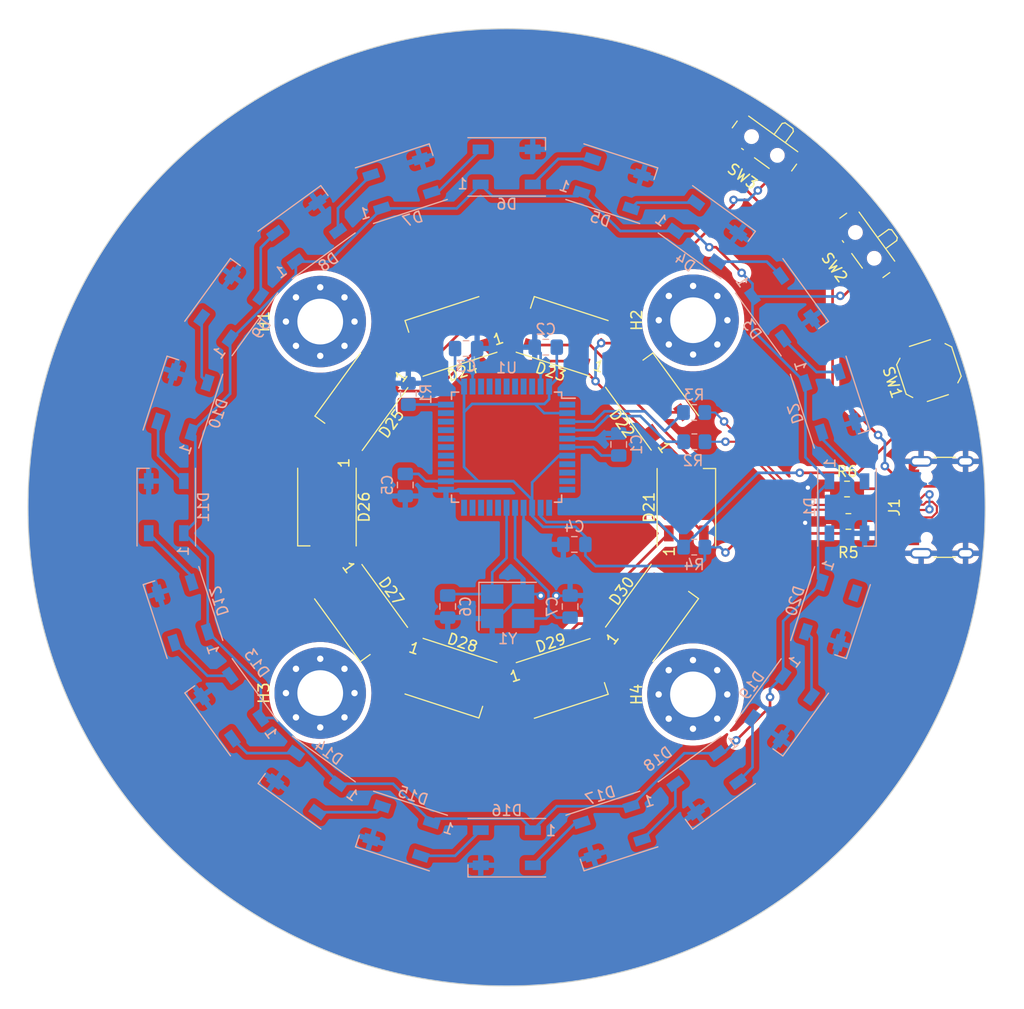
<source format=kicad_pcb>
(kicad_pcb (version 20221018) (generator pcbnew)
  (layers (0 "F.Cu" signal) (31 "B.Cu" signal) (34 "B.Paste" user) (35 "F.Paste" user) (36 "B.SilkS" user "B.Silkscreen") (37 "F.SilkS" user "F.Silkscreen") (38 "B.Mask" user) (39 "F.Mask" user) (44 "Edge.Cuts" user))
  (net 0 "")
  (net 28 "+5V")
  (net 29 "Net-(D1-DOUT)")
  (net 30 "GND")
  (net 31 "/large_ring")
  (net 32 "Net-(D2-DOUT)")
  (net 33 "Net-(D3-DOUT)")
  (net 34 "Net-(D4-DOUT)")
  (net 35 "Net-(D5-DOUT)")
  (net 36 "Net-(D6-DOUT)")
  (net 37 "Net-(D7-DOUT)")
  (net 38 "Net-(D8-DOUT)")
  (net 39 "Net-(D10-DIN)")
  (net 40 "Net-(D10-DOUT)")
  (net 41 "Net-(D11-DOUT)")
  (net 42 "Net-(D12-DOUT)")
  (net 43 "Net-(D13-DOUT)")
  (net 44 "Net-(D14-DOUT)")
  (net 45 "Net-(D15-DOUT)")
  (net 46 "Net-(D16-DOUT)")
  (net 47 "Net-(D17-DOUT)")
  (net 48 "Net-(D18-DOUT)")
  (net 49 "Net-(D19-DOUT)")
  (net 50 "Net-(D21-DOUT)")
  (net 51 "/small_ring")
  (net 52 "Net-(D22-DOUT)")
  (net 53 "Net-(D23-DOUT)")
  (net 54 "Net-(D24-DOUT)")
  (net 55 "Net-(D25-DOUT)")
  (net 56 "Net-(D26-DOUT)")
  (net 57 "Net-(D27-DOUT)")
  (net 58 "Net-(D28-DOUT)")
  (net 59 "Net-(D29-DOUT)")
  (net 61 "Net-(J1-CC1)")
  (net 62 "Net-(J1-CC2)")
  (net 63 "Net-(D1-VDD)")
  (net 65 "Net-(D21-VDD)")
  (net 67 "Net-(U1-UCAP)")
  (net 68 "Net-(U1-XTAL1)")
  (net 69 "Net-(U1-XTAL2)")
  (net 70 "Net-(U1-~{HWB}{slash}PE2)")
  (net 71 "/D+")
  (net 72 "Net-(U1-D+)")
  (net 73 "/D-")
  (net 74 "Net-(U1-D-)")
  (net 75 "Net-(U1-~{RESET})")
  (footprint "LED_SMD:LED_WS2812B_PLCC4_5.0x5.0mm_P3.2mm" (layer "F.Cu") (at 155.232516 96.084199 18)
    (fp_text reference "D29")
    (fp_text value "WS2812B")
  )
  (footprint "MountingHole:MountingHole_4.3mm_M4_Pad_Via" (layer "F.Cu") (at 132.480581 97.461581 90)
    (fp_text reference "H3")
    (fp_text value "MountingHole")
  )
  (footprint "MountingHole:MountingHole_4.3mm_M4_Pad_Via" (layer "F.Cu") (at 167.521419 97.588581 90)
    (fp_text reference "H4")
    (fp_text value "MountingHole")
  )
  (footprint "Connector_USB:USB_C_Receptacle_HRO_TYPE-C-31-M-12" (layer "F.Cu") (at 192.098 80 90)
    (fp_text reference "J1")
    (fp_text value "USB_C_Receptacle_USB2.0")
  )
  (footprint "Button_Switch_SMD:SW_SPDT_PCM12" (layer "F.Cu") (at 183.411617 55.563615 126)
    (fp_text reference "SW2")
    (fp_text value "SW_DIP_x01")
  )
  (footprint "LED_SMD:LED_WS2812B_PLCC4_5.0x5.0mm_P3.2mm" (layer "F.Cu") (at 144.775633 96.06084 -18)
    (fp_text reference "D28")
    (fp_text value "WS2812B")
  )
  (footprint "LED_SMD:LED_WS2812B_PLCC4_5.0x5.0mm_P3.2mm" (layer "F.Cu") (at 136.349149 70.082211 -126)
    (fp_text reference "D25")
    (fp_text value "WS2812B")
  )
  (footprint "LED_SMD:LED_WS2812B_PLCC4_5.0x5.0mm_P3.2mm" (layer "F.Cu") (at 155.224257 63.928698 162)
    (fp_text reference "D23")
    (fp_text value "WS2812B")
  )
  (footprint "Button_Switch_SMD:SW_SPST_SKQG_WithoutStem" (layer "F.Cu") (at 189.701593 67.139406 108)
    (fp_text reference "SW1")
    (fp_text value "SW_Push")
  )
  (footprint "LED_SMD:LED_WS2812B_PLCC4_5.0x5.0mm_P3.2mm" (layer "F.Cu") (at 144.770988 63.931218 -162)
    (fp_text reference "D24")
    (fp_text value "WS2812B")
  )
  (footprint "LED_SMD:LED_WS2812B_PLCC4_5.0x5.0mm_P3.2mm" (layer "F.Cu") (at 163.677959 70.052059 126)
    (fp_text reference "D22")
    (fp_text value "WS2812B")
  )
  (footprint "Resistor_SMD:R_0805_2012Metric_Pad1.20x1.40mm_HandSolder" (layer "F.Cu") (at 182.005 78.279)
    (fp_text reference "R6")
    (fp_text value "5.1K")
  )
  (footprint "LED_SMD:LED_WS2812B_PLCC4_5.0x5.0mm_P3.2mm" (layer "F.Cu") (at 136.320852 89.942249 -54)
    (fp_text reference "D27")
    (fp_text value "WS2812B")
  )
  (footprint "Resistor_SMD:R_0805_2012Metric_Pad1.20x1.40mm_HandSolder" (layer "F.Cu") (at 182.132 81.327)
    (fp_text reference "R5")
    (fp_text value "5.1K")
  )
  (footprint "MountingHole:MountingHole_4.3mm_M4_Pad_Via" (layer "F.Cu") (at 167.532581 62.409581 90)
    (fp_text reference "H2")
    (fp_text value "MountingHole")
  )
  (footprint "MountingHole:MountingHole_4.3mm_M4_Pad_Via" (layer "F.Cu") (at 132.480581 62.536581 90)
    (fp_text reference "H1")
    (fp_text value "MountingHole")
  )
  (footprint "Button_Switch_SMD:SW_SPDT_PCM12" (layer "F.Cu") (at 174.04956 46.292551 144)
    (fp_text reference "SW3")
    (fp_text value "SW_DIP_x01")
  )
  (footprint "LED_SMD:LED_WS2812B_PLCC4_5.0x5.0mm_P3.2mm" (layer "F.Cu") (at 166.9 80 90)
    (fp_text reference "D21")
    (fp_text value "WS2812B")
  )
  (footprint "LED_SMD:LED_WS2812B_PLCC4_5.0x5.0mm_P3.2mm" (layer "F.Cu") (at 133.110886 79.973211 -90)
    (fp_text reference "D26")
    (fp_text value "WS2812B")
  )
  (footprint "LED_SMD:LED_WS2812B_PLCC4_5.0x5.0mm_P3.2mm" (layer "F.Cu") (at 163.673257 89.918084 54)
    (fp_text reference "D30")
    (fp_text value "WS2812B")
  )
  (footprint "Capacitor_SMD:C_0805_2012Metric_Pad1.18x1.45mm_HandSolder" (layer "B.Cu") (at 160.542 74.088 90)
    (fp_text reference "C1")
    (fp_text value "1uF")
  )
  (footprint "LED_SMD:LED_WS2812B_PLCC4_5.0x5.0mm_P3.2mm" (layer "B.Cu") (at 118.006579 79.979224 90)
    (fp_text reference "D11")
    (fp_text value "WS2812B")
  )
  (footprint "LED_SMD:LED_WS2812B_PLCC4_5.0x5.0mm_P3.2mm" (layer "B.Cu") (at 168.818431 105.892092 -144)
    (fp_text reference "D18")
    (fp_text value "WS2812B")
  )
  (footprint "LED_SMD:LED_WS2812B_PLCC4_5.0x5.0mm_P3.2mm" (layer "B.Cu") (at 150.020908 111.998802 180)
    (fp_text reference "D16")
    (fp_text value "WS2812B")
  )
  (footprint "Crystal:Crystal_SMD_3225-4Pin_3.2x2.5mm_HandSoldering" (layer "B.Cu") (at 150.098265 89.301531)
    (fp_text reference "Y1")
    (fp_text value "Crystal_GND24")
  )
  (footprint "LED_SMD:LED_WS2812B_PLCC4_5.0x5.0mm_P3.2mm" (layer "B.Cu") (at 124.114096 61.171261 54)
    (fp_text reference "D9")
    (fp_text value "WS2812B")
  )
  (footprint "Package_QFP:TQFP-44_10x10mm_P0.8mm" (layer "B.Cu") (at 150 74.342 180)
    (fp_text reference "U1")
    (fp_text value "ATmega32U4-A")
  )
  (footprint "LED_SMD:LED_WS2812B_PLCC4_5.0x5.0mm_P3.2mm" (layer "B.Cu") (at 119.568762 70.107767 72)
    (fp_text reference "D10")
    (fp_text value "WS2812B")
  )
  (footprint "Capacitor_SMD:C_0805_2012Metric_Pad1.18x1.45mm_HandSolder" (layer "B.Cu") (at 155.97 89.328 -90)
    (fp_text reference "C7")
    (fp_text value "22pF")
  )
  (footprint "LED_SMD:LED_WS2812B_PLCC4_5.0x5.0mm_P3.2mm" (layer "B.Cu") (at 159.900703 110.427648 -162)
    (fp_text reference "D17")
    (fp_text value "WS2812B")
  )
  (footprint "Capacitor_SMD:C_0805_2012Metric_Pad1.18x1.45mm_HandSolder" (layer "B.Cu") (at 144.464022 89.323335 90)
    (fp_text reference "C6")
    (fp_text value "22pF")
  )
  (footprint "Capacitor_SMD:C_0805_2012Metric_Pad1.18x1.45mm_HandSolder" (layer "B.Cu") (at 146.191 65.071)
    (fp_text reference "C3")
    (fp_text value "0.1uF")
  )
  (footprint "LED_SMD:LED_WS2812B_PLCC4_5.0x5.0mm_P3.2mm" (layer "B.Cu") (at 175.894367 98.807184 -126)
    (fp_text reference "D19")
    (fp_text value "WS2812B")
  )
  (footprint "Resistor_SMD:R_0805_2012Metric_Pad1.20x1.40mm_HandSolder" (layer "B.Cu") (at 167.638 83.74)
    (fp_text reference "R4")
    (fp_text value "10K")
  )
  (footprint "LED_SMD:LED_WS2812B_PLCC4_5.0x5.0mm_P3.2mm" (layer "B.Cu") (at 119.578079 89.887779 108)
    (fp_text reference "D12")
    (fp_text value "WS2812B")
  )
  (footprint "Capacitor_SMD:C_0805_2012Metric_Pad1.18x1.45mm_HandSolder" (layer "B.Cu") (at 153.684 64.944 180)
    (fp_text reference "C2")
    (fp_text value "10uF")
  )
  (footprint "Resistor_SMD:R_0805_2012Metric_Pad1.20x1.40mm_HandSolder" (layer "B.Cu") (at 167.654 73.834 180)
    (fp_text reference "R2")
    (fp_text value "22")
  )
  (footprint "LED_SMD:LED_WS2812B_PLCC4_5.0x5.0mm_P3.2mm" (layer "B.Cu") (at 131.207587 105.880556 144)
    (fp_text reference "D14")
    (fp_text value "WS2812B")
  )
  (footprint "Resistor_SMD:R_0805_2012Metric_Pad1.20x1.40mm_HandSolder" (layer "B.Cu") (at 167.62866 71.081397 180)
    (fp_text reference "R3")
    (fp_text value "22")
  )
  (footprint "LED_SMD:LED_WS2812B_PLCC4_5.0x5.0mm_P3.2mm" (layer "B.Cu") (at 131.197189 54.12273 36)
    (fp_text reference "D8")
    (fp_text value "WS2812B")
  )
  (footprint "Capacitor_SMD:C_0805_2012Metric_Pad1.18x1.45mm_HandSolder" (layer "B.Cu") (at 156.3725 83.486 180)
    (fp_text reference "C4")
    (fp_text value "0.1uF")
  )
  (footprint "LED_SMD:LED_WS2812B_PLCC4_5.0x5.0mm_P3.2mm" (layer "B.Cu") (at 175.891378 61.188946 -54)
    (fp_text reference "D3")
    (fp_text value "WS2812B")
  )
  (footprint "LED_SMD:LED_WS2812B_PLCC4_5.0x5.0mm_P3.2mm" (layer "B.Cu") (at 140.118157 110.435208 162)
    (fp_text reference "D15")
    (fp_text value "WS2812B")
  )
  (footprint "Capacitor_SMD:C_0805_2012Metric_Pad1.18x1.45mm_HandSolder" (layer "B.Cu") (at 140.476 77.898 -90)
    (fp_text reference "C5")
    (fp_text value "0.1uF")
  )
  (footprint "LED_SMD:LED_WS2812B_PLCC4_5.0x5.0mm_P3.2mm" (layer "B.Cu") (at 168.821277 54.12969 -36)
    (fp_text reference "D4")
    (fp_text value "WS2812B")
  )
  (footprint "Resistor_SMD:R_0805_2012Metric_Pad1.20x1.40mm_HandSolder" (layer "B.Cu") (at 140.765127 69.336774 90)
    (fp_text reference "R1")
    (fp_text value "10K")
  )
  (footprint "LED_SMD:LED_WS2812B_PLCC4_5.0x5.0mm_P3.2mm" (layer "B.Cu") (at 140.106636 49.569893 18)
    (fp_text reference "D7")
    (fp_text value "WS2812B")
  )
  (footprint "LED_SMD:LED_WS2812B_PLCC4_5.0x5.0mm_P3.2mm" (layer "B.Cu") (at 182 80 -90)
    (fp_text reference "D1")
    (fp_text value "WS2812B")
  )
  (footprint "LED_SMD:LED_WS2812B_PLCC4_5.0x5.0mm_P3.2mm" (layer "B.Cu") (at 180.453879 89.891213 -108)
    (fp_text reference "D20")
    (fp_text value "WS2812B")
  )
  (footprint "LED_SMD:LED_WS2812B_PLCC4_5.0x5.0mm_P3.2mm" (layer "B.Cu") (at 124.12193 98.789557 126)
    (fp_text reference "D13")
    (fp_text value "WS2812B")
  )
  (footprint "LED_SMD:LED_WS2812B_PLCC4_5.0x5.0mm_P3.2mm" (layer "B.Cu") (at 159.890623 49.573733 -18)
    (fp_text reference "D5")
    (fp_text value "WS2812B")
  )
  (footprint "LED_SMD:LED_WS2812B_PLCC4_5.0x5.0mm_P3.2mm" (layer "B.Cu") (at 150.008307 47.996217)
    (fp_text reference "D6")
    (fp_text value "WS2812B")
  )
  (footprint "LED_SMD:LED_WS2812B_PLCC4_5.0x5.0mm_P3.2mm" (layer "B.Cu") (at 180.421585 70.113573 -72)
    (fp_text reference "D2")
    (fp_text value "WS2812B")
  )
  (gr_circle (center 150 80) (end 195 80) (stroke (width 0.1)) (fill none) (layer "Edge.Cuts"))
  (segment (start 172.602264 47.008606) (end 172.602264 50.216569) (width 0.25) (layer "F.Cu") (net 28))
  (segment (start 186.991 77.55) (end 188.053 77.55) (width 0.25) (layer "F.Cu") (net 28))
  (segment (start 179.351964 56.966269) (end 180.645 56.966269) (width 0.25) (layer "F.Cu") (net 28))
  (segment (start 188.778 82.45) (end 188.053 82.45) (width 0.25) (layer "F.Cu") (net 28))
  (segment (start 188.053 77.55) (end 188.778 77.55) (width 0.25) (layer "F.Cu") (net 28))
  (segment (start 184.926 73.199) (end 180.645 68.918) (width 0.25) (layer "F.Cu") (net 28))
  (segment (start 172.373 82.45) (end 188.053 82.45) (width 0.25) (layer "F.Cu") (net 28))
  (segment (start 180.645 68.918) (end 180.645 56.966269) (width 0.25) (layer "F.Cu") (net 28))
  (segment (start 180.645 56.966269) (end 181.813884 55.797385) (width 0.25) (layer "F.Cu") (net 28))
  (segment (start 172.602264 50.216569) (end 179.351964 56.966269) (width 0.25) (layer "F.Cu") (net 28))
  (segment (start 189.253 78.025) (end 190.768 78.025) (width 0.25) (layer "F.Cu") (net 28))
  (segment (start 189.139 82.089) (end 188.778 82.45) (width 0.25) (layer "F.Cu") (net 28))
  (segment (start 185.561 76.12) (end 186.991 77.55) (width 0.25) (layer "F.Cu") (net 28))
  (segment (start 190.641 82.089) (end 189.139 82.089) (width 0.25) (layer "F.Cu") (net 28))
  (segment (start 191.403 78.66) (end 191.403 81.327) (width 0.25) (layer "F.Cu") (net 28))
  (segment (start 191.403 81.327) (end 190.641 82.089) (width 0.25) (layer "F.Cu") (net 28))
  (segment (start 170.575 84.248) (end 172.373 82.45) (width 0.25) (layer "F.Cu") (net 28))
  (segment (start 188.778 77.55) (end 189.253 78.025) (width 0.25) (layer "F.Cu") (net 28))
  (segment (start 190.768 78.025) (end 191.403 78.66) (width 0.25) (layer "F.Cu") (net 28))
  (via (at 184.926 73.199) (size 0.8) (drill 0.4) (layers "F.Cu" "B.Cu") (net 28))
  (via (at 185.561 76.12) (size 0.8) (drill 0.4) (layers "F.Cu" "B.Cu") (net 28))
  (via (at 170.575 84.248) (size 0.8) (drill 0.4) (layers "F.Cu" "B.Cu") (net 28))
  (segment (start 154.916 75.142) (end 152.4 77.658) (width 0.25) (layer "B.Cu") (net 28))
  (segment (start 157.41 82.767) (end 157.41 83.486) (width 0.25) (layer "B.Cu") (net 28))
  (segment (start 155.7 71.142) (end 153.532 71.142) (width 0.25) (layer "B.Cu") (net 28))
  (segment (start 156.478 81.835) (end 157.41 82.767) (width 0.25) (layer "B.Cu") (net 28))
  (segment (start 185.561 73.834) (end 185.561 76.12) (width 0.25) (layer "B.Cu") (net 28))
  (segment (start 142.406 77.542) (end 144.3 77.542) (width 0.25) (layer "B.Cu") (net 28))
  (segment (start 168.638 83.74) (end 170.067 83.74) (width 0.25) (layer "B.Cu") (net 28))
  (segment (start 168.638 84.915) (end 168.638 83.74) (width 0.25) (layer "B.Cu") (net 28))
  (segment (start 146 71.04) (end 146 76.208) (width 0.25) (layer "B.Cu") (net 28))
  (segment (start 153.532 71.142) (end 152.668 70.278) (width 0.25) (layer "B.Cu") (net 28))
  (segment (start 168.035 85.518) (end 168.638 84.915) (width 0.25) (layer "B.Cu") (net 28))
  (segment (start 158.383 85.518) (end 168.035 85.518) (width 0.25) (layer "B.Cu") (net 28))
  (segment (start 157.41 83.486) (end 157.41 84.545) (width 0.25) (layer "B.Cu") (net 28))
  (segment (start 153.557 70.278) (end 152.668 70.278) (width 0.25) (layer "B.Cu") (net 28))
  (segment (start 152.4 80.805) (end 153.43 81.835) (width 0.25) (layer "B.Cu") (net 28))
  (segment (start 170.067 83.74) (end 170.575 84.248) (width 0.25) (layer "B.Cu") (net 28))
  (segment (start 146 68.642) (end 146 71.04) (width 0.25) (layer "B.Cu") (net 28))
  (segment (start 152.4 77.658) (end 152.4 80.042) (width 0.25) (layer "B.Cu") (net 28))
  (segment (start 146 76.208) (end 147.334 77.542) (width 0.25) (layer "B.Cu") (net 28))
  (segment (start 184.926 73.199) (end 185.561 73.834) (width 0.25) (layer "B.Cu") (net 28))
  (segment (start 155.7 75.142) (end 154.916 75.142) (width 0.25) (layer "B.Cu") (net 28))
  (segment (start 154 69.835) (end 153.557 70.278) (width 0.25) (layer "B.Cu") (net 28))
  (segment (start 152.4 79.292) (end 152.4 80.042) (width 0.25) (layer "B.Cu") (net 28))
  (segment (start 153.43 81.835) (end 156.478 81.835) (width 0.25) (layer "B.Cu") (net 28))
  (segment (start 152.4 80.042) (end 152.4 80.805) (width 0.25) (layer "B.Cu") (net 28))
  (segment (start 146.762 70.278) (end 146 71.04) (width 0.25) (layer "B.Cu") (net 28))
  (segment (start 150.65 77.542) (end 152.4 79.292) (width 0.25) (layer "B.Cu") (net 28))
  (segment (start 140.476 76.8605) (end 141.7245 76.8605) (width 0.25) (layer "B.Cu") (net 28))
  (segment (start 145.1535 65.071) (end 145.1535 67.7955) (width 0.25) (layer "B.Cu") (net 28))
  (segment (start 145.1535 67.7955) (end 146 68.642) (width 0.25) (layer "B.Cu") (net 28))
  (segment (start 157.41 84.545) (end 158.383 85.518) (width 0.25) (layer "B.Cu") (net 28))
  (segment (start 152.668 70.278) (end 146.762 70.278) (width 0.25) (layer "B.Cu") (net 28))
  (segment (start 141.7245 76.8605) (end 142.406 77.542) (width 0.25) (layer "B.Cu") (net 28))
  (segment (start 154.7215 67.9205) (end 154 68.642) (width 0.25) (layer "B.Cu") (net 28))
  (segment (start 144.3 77.542) (end 147.334 77.542) (width 0.25) (layer "B.Cu") (net 28))
  (segment (start 147.334 77.542) (end 150.65 77.542) (width 0.25) (layer "B.Cu") (net 28))
  (segment (start 154.7215 64.944) (end 154.7215 67.9205) (width 0.25) (layer "B.Cu") (net 28))
  (segment (start 154 68.642) (end 154 69.835) (width 0.25) (layer "B.Cu") (net 28))
  (segment (start 179.609433 73.509433) (end 179.609433 72.95354) (width 0.25) (layer "B.Cu") (net 29))
  (segment (start 183.65 77.55) (end 179.609433 73.509433) (width 0.25) (layer "B.Cu") (net 29))
  (segment (start 178.195 81.327) (end 178.068 81.454) (width 0.25) (layer "F.Cu") (net 30))
  (segment (start 181.132 81.327) (end 178.195 81.327) (width 0.25) (layer "F.Cu") (net 30))
  (segment (start 188.053 76.75) (end 188.053 76.595) (width 0.25) (layer "F.Cu") (net 30))
  (segment (start 136.426048 92.894186) (end 136.426048 93.152048) (width 0.25) (layer "F.Cu") (net 30))
  (segment (start 153.2135 88.312) (end 154.6625 88.312) (width 0.25) (layer "F.Cu") (net 30))
  (segment (start 166.448209 88.905838) (end 166.448209 88.374791) (width 0.25) (layer "F.Cu") (net 30))
  (segment (start 188.053 76.595) (end 188.968 75.68) (width 0.25) (layer "F.Cu") (net 30))
  (segment (start 163.572763 67.100122) (end 163.572763 66.958763) (width 0.25) (layer "F.Cu") (net 30))
  (segment (start 178.322 78.152) (end 178.449 78.279) (width 0.25) (layer "F.Cu") (net 30))
  (segment (start 178.449 78.279) (end 181.005 78.279) (width 0.25) (layer "F.Cu") (net 30))
  (via (at 178.322 78.152) (size 0.8) (drill 0.4) (layers "F.Cu" "B.Cu") (net 30))
  (via (at 153.2135 88.312) (size 0.8) (drill 0.4) (layers "F.Cu" "B.Cu") (net 30))
  (via (at 154.6625 88.312) (size 0.8) (drill 0.4) (layers "F.Cu" "B.Cu") (net 30))
  (via (at 178.068 81.454) (size 0.8) (drill 0.4) (layers "F.Cu" "B.Cu") (net 30))
  (segment (start 153.053031 88.151531) (end 153.2135 88.312) (width 0.25) (layer "B.Cu") (net 30))
  (segment (start 178.068 81.454) (end 178.068 78.406) (width 0.25) (layer "B.Cu") (net 30))
  (segment (start 155.9485 88.312) (end 155.97 88.2905) (width 0.25) (layer "B.Cu") (net 30))
  (segment (start 153.2 68.642) (end 153.2 65.4975) (width 0.25) (layer "B.Cu") (net 30))
  (segment (start 146.8 65.4995) (end 147.2285 65.071) (width 0.25) (layer "B.Cu") (net 30))
  (segment (start 154.6625 88.312) (end 155.9485 88.312) (width 0.25) (layer "B.Cu") (net 30))
  (segment (start 151.6 80.042) (end 151.6 81.656) (width 0.25) (layer "B.Cu") (net 30))
  (segment (start 149.138645 90.451531) (end 148.648265 90.451531) (width 0.25) (layer "B.Cu") (net 30))
  (segment (start 146.8 68.642) (end 146.8 65.4995) (width 0.25) (layer "B.Cu") (net 30))
  (segment (start 178.068 78.406) (end 178.322 78.152) (width 0.25) (layer "B.Cu") (net 30))
  (segment (start 151.438645 88.151531) (end 149.138645 90.451531) (width 0.25) (layer "B.Cu") (net 30))
  (segment (start 153.2 65.4975) (end 152.6465 64.944) (width 0.25) (layer "B.Cu") (net 30))
  (segment (start 151.548265 88.151531) (end 153.053031 88.151531) (width 0.25) (layer "B.Cu") (net 30))
  (segment (start 151.548265 88.151531) (end 151.438645 88.151531) (width 0.25) (layer "B.Cu") (net 30))
  (segment (start 160.0505 73.542) (end 160.542 73.0505) (width 0.25) (layer "B.Cu") (net 30))
  (segment (start 155.7 73.542) (end 160.0505 73.542) (width 0.25) (layer "B.Cu") (net 30))
  (segment (start 179.129297 67.273606) (end 181.233737 67.273606) (width 0.25) (layer "B.Cu") (net 32))
  (segment (start 175.996574 64.140883) (end 179.129297 67.273606) (width 0.25) (layer "B.Cu") (net 32))
  (segment (start 174.453815 56.904642) (end 169.833523 56.904642) (width 0.25) (layer "B.Cu") (net 33))
  (segment (start 175.786182 58.237009) (end 174.453815 56.904642) (width 0.25) (layer "B.Cu") (net 33))
  (segment (start 162.256163 51.354738) (end 161.710833 51.900068) (width 0.25) (layer "B.Cu") (net 34))
  (segment (start 167.809031 51.354738) (end 162.256163 51.354738) (width 0.25) (layer "B.Cu") (net 34))
  (segment (start 154.857126 47.247398) (end 152.458307 49.646217) (width 0.25) (layer "B.Cu") (net 35))
  (segment (start 158.070413 47.247398) (end 154.857126 47.247398) (width 0.25) (layer "B.Cu") (net 35))
  (segment (start 147.558307 46.346217) (end 143.522479 50.382045) (width 0.25) (layer "B.Cu") (net 36))
  (segment (start 143.522479 50.382045) (end 142.946603 50.382045) (width 0.25) (layer "B.Cu") (net 36))
  (segment (start 137.266669 48.757741) (end 134.149126 51.875284) (width 0.25) (layer "B.Cu") (net 37))
  (segment (start 134.149126 51.875284) (end 134.149126 54.017534) (width 0.25) (layer "B.Cu") (net 37))
  (segment (start 126.889048 55.58413) (end 126.889048 60.159015) (width 0.25) (layer "B.Cu") (net 38))
  (segment (start 128.245252 54.227926) (end 126.889048 55.58413) (width 0.25) (layer "B.Cu") (net 38))
  (segment (start 121.339144 67.731604) (end 121.895097 68.287557) (width 0.25) (layer "B.Cu") (net 39))
  (segment (start 121.339144 62.183507) (end 121.339144 67.731604) (width 0.25) (layer "B.Cu") (net 39))
  (segment (start 117.242427 71.927977) (end 117.242427 75.115072) (width 0.25) (layer "B.Cu") (net 40))
  (segment (start 117.242427 75.115072) (end 119.656579 77.529224) (width 0.25) (layer "B.Cu") (net 40))
  (segment (start 116.356579 82.429224) (end 120.390231 86.462876) (width 0.25) (layer "B.Cu") (net 41))
  (segment (start 120.390231 86.462876) (end 120.390231 87.047812) (width 0.25) (layer "B.Cu") (net 41))
  (segment (start 121.875801 95.83762) (end 124.016734 95.83762) (width 0.25) (layer "B.Cu") (net 42))
  (segment (start 118.765927 92.727746) (end 121.875801 95.83762) (width 0.25) (layer "B.Cu") (net 42))
  (segment (start 124.227126 101.741494) (end 125.591236 103.105604) (width 0.25) (layer "B.Cu") (net 43))
  (segment (start 125.591236 103.105604) (end 130.195341 103.105604) (width 0.25) (layer "B.Cu") (net 43))
  (segment (start 132.219833 108.655508) (end 137.751312 108.655508) (width 0.25) (layer "B.Cu") (net 44))
  (segment (start 137.751312 108.655508) (end 138.297947 108.108873) (width 0.25) (layer "B.Cu") (net 44))
  (segment (start 145.158167 112.761543) (end 147.570908 110.348802) (width 0.25) (layer "B.Cu") (net 45))
  (segment (start 141.938367 112.761543) (end 145.158167 112.761543) (width 0.25) (layer "B.Cu") (net 45))
  (segment (start 156.504214 109.615496) (end 157.060736 109.615496) (width 0.25) (layer "B.Cu") (net 46))
  (segment (start 152.470908 113.648802) (end 156.504214 109.615496) (width 0.25) (layer "B.Cu") (net 46))
  (segment (start 165.866494 108.113976) (end 165.866494 105.997288) (width 0.25) (layer "B.Cu") (net 47))
  (segment (start 162.74067 111.2398) (end 165.866494 108.113976) (width 0.25) (layer "B.Cu") (net 47))
  (segment (start 173.119415 104.437849) (end 173.119415 99.81943) (width 0.25) (layer "B.Cu") (net 48))
  (segment (start 171.770368 105.786896) (end 173.119415 104.437849) (width 0.25) (layer "B.Cu") (net 48))
  (segment (start 178.669319 92.253198) (end 178.127544 91.711423) (width 0.25) (layer "B.Cu") (net 49))
  (segment (start 178.669319 97.794938) (end 178.669319 92.253198) (width 0.25) (layer "B.Cu") (net 49))
  (segment (start 168.55 82.45) (end 167.582808 81.482808) (width 0.25) (layer "F.Cu") (net 50))
  (segment (start 167.582808 81.482808) (end 167.582808 75.549544) (width 0.25) (layer "F.Cu") (net 50))
  (segment (start 167.582808 75.549544) (end 161.073077 69.039813) (width 0.25) (layer "F.Cu") (net 50))
  (segment (start 161.073077 69.039813) (end 160.903007 69.039813) (width 0.25) (layer "F.Cu") (net 50))
  (segment (start 164.181604 71.064305) (end 157.858149 64.74085) (width 0.25) (layer "F.Cu") (net 52))
  (segment (start 157.858149 64.74085) (end 152.38429 64.74085) (width 0.25) (layer "F.Cu") (net 52))
  (segment (start 166.452911 71.064305) (end 164.181604 71.064305) (width 0.25) (layer "F.Cu") (net 52))
  (segment (start 146.091785 63.116546) (end 142.950778 66.257553) (width 0.25) (layer "F.Cu") (net 53))
  (segment (start 158.064224 63.116546) (end 146.091785 63.116546) (width 0.25) (layer "F.Cu") (net 53))
  (segment (start 144.958117 61.604883) (end 136.243953 70.319047) (width 0.25) (layer "F.Cu") (net 54))
  (segment (start 136.243953 70.319047) (end 136.243953 73.034148) (width 0.25) (layer "F.Cu") (net 54))
  (segment (start 146.591198 61.604883) (end 144.958117 61.604883) (width 0.25) (layer "F.Cu") (net 54))
  (segment (start 133.985886 81.648211) (end 134.760886 82.423211) (width 0.25) (layer "F.Cu") (net 55))
  (segment (start 135.114056 68.470563) (end 135.114056 73.853067) (width 0.25) (layer "F.Cu") (net 55))
  (segment (start 133.985886 74.981237) (end 133.985886 81.648211) (width 0.25) (layer "F.Cu") (net 55))
  (segment (start 135.114056 73.853067) (end 133.985886 74.981237) (width 0.25) (layer "F.Cu") (net 55))
  (segment (start 136.454345 67.130274) (end 135.114056 68.470563) (width 0.25) (layer "F.Cu") (net 55))
  (segment (start 131.460886 79.759607) (end 133.985886 82.284607) (width 0.25) (layer "F.Cu") (net 56))
  (segment (start 131.460886 77.523211) (end 131.460886 79.759607) (width 0.25) (layer "F.Cu") (net 56))
  (segment (start 133.985886 86.014647) (end 138.925734 90.954495) (width 0.25) (layer "F.Cu") (net 56))
  (segment (start 138.925734 90.954495) (end 139.095804 90.954495) (width 0.25) (layer "F.Cu") (net 56))
  (segment (start 133.985886 82.284607) (end 133.985886 86.014647) (width 0.25) (layer "F.Cu") (net 56))
  (segment (start 140.420816 95.248688) (end 147.6156 95.248688) (width 0.25) (layer "F.Cu") (net 57))
  (segment (start 133.5459 88.930003) (end 134.102131 88.930003) (width 0.25) (layer "F.Cu") (net 57))
  (segment (start 134.102131 88.930003) (end 140.420816 95.248688) (width 0.25) (layer "F.Cu") (net 57))
  (segment (start 141.935666 96.872992) (end 153.937598 96.872992) (width 0.25) (layer "F.Cu") (net 58))
  (segment (start 153.937598 96.872992) (end 157.052726 93.757864) (width 0.25) (layer "F.Cu") (net 58))
  (segment (start 163.778453 89.304287) (end 163.778453 86.966147) (width 0.25) (layer "F.Cu") (net 59))
  (segment (start 154.672206 98.410534) (end 163.778453 89.304287) (width 0.25) (layer "F.Cu") (net 59))
  (segment (start 153.412306 98.410534) (end 154.672206 98.410534) (width 0.25) (layer "F.Cu") (net 59))
  (segment (start 183.209 81.25) (end 183.132 81.327) (width 0.25) (layer "F.Cu") (net 61))
  (segment (start 188.053 81.25) (end 183.209 81.25) (width 0.25) (layer "F.Cu") (net 61))
  (segment (start 183.034 78.25) (end 183.005 78.279) (width 0.25) (layer "F.Cu") (net 62))
  (segment (start 188.053 78.25) (end 183.034 78.25) (width 0.25) (layer "F.Cu") (net 62))
  (segment (start 169.686 55.546) (end 169.051 55.546) (width 0.25) (layer "F.Cu") (net 63))
  (segment (start 181.37 60.118) (end 181.683676 60.118) (width 0.25) (layer "F.Cu") (net 63))
  (segment (start 171.591 101.901) (end 174.766 98.726) (width 0.25) (layer "F.Cu") (net 63))
  (segment (start 172.099 57.959) (end 169.686 55.546) (width 0.25) (layer "F.Cu") (net 63))
  (segment (start 181.683676 60.118) (end 183.57724 58.224436) (width 0.25) (layer "F.Cu") (net 63))
  (segment (start 174.766 98.726) (end 174.766 97.837) (width 0.25) (layer "F.Cu") (net 63))
  (via (at 181.37 60.118) (size 0.8) (drill 0.4) (layers "F.Cu" "B.Cu") (net 63))
  (via (at 174.766 97.837) (size 0.8) (drill 0.4) (layers "F.Cu" "B.Cu") (net 63))
  (via (at 171.591 101.901) (size 0.8) (drill 0.4) (layers "F.Cu" "B.Cu") (net 63))
  (via (at 172.099 57.959) (size 0.8) (drill 0.4) (layers "F.Cu" "B.Cu") (net 63))
  (via (at 169.051 55.546) (size 0.8) (drill 0.4) (layers "F.Cu" "B.Cu") (net 63))
  (segment (start 124.17897 64.123198) (end 124.0089 64.123198) (width 0.25) (layer "B.Cu") (net 63))
  (segment (start 134.159524 105.985752) (end 139.32082 105.985752) (width 0.25) (layer "B.Cu") (net 63))
  (segment (start 133.284972 56.897682) (end 130.184943 56.897682) (width 0.25) (layer "B.Cu") (net 63))
  (segment (start 173.116426 60.1767) (end 173.116426 58.976426) (width 0.25) (layer "B.Cu") (net 63))
  (segment (start 152.470908 110.348802) (end 154.718397 108.101313) (width 0.25) (layer "B.Cu") (net 63))
  (segment (start 120.738036 73.304856) (end 120.738036 81.347767) (width 0.25) (layer "B.Cu") (net 63))
  (segment (start 124.0089 64.123198) (end 124.0089 69.319748) (width 0.25) (layer "B.Cu") (net 63))
  (segment (start 174.766 97.08881) (end 175.999563 95.855247) (width 0.25) (layer "B.Cu") (net 63))
  (segment (start 174.766 97.837) (end 174.766 97.08881) (width 0.25) (layer "B.Cu") (net 63))
  (segment (start 175.793769 95.855247) (end 175.999563 95.855247) (width 0.25) (layer "B.Cu") (net 63))
  (segment (start 170.37486 103.11714) (end 171.591 101.901) (width 0.25) (layer "B.Cu") (net 63))
  (segment (start 173.116426 58.976426) (end 172.099 57.959) (width 0.25) (layer "B.Cu") (net 63))
  (segment (start 175.999563 90.69341) (end 179.641727 87.051246) (width 0.25) (layer "B.Cu") (net 63))
  (segment (start 120.738036 81.347767) (end 119.656579 82.429224) (width 0.25) (layer "B.Cu") (net 63))
  (segment (start 160.689265 54.024494) (end 157.050656 50.385885) (width 0.25) (layer "B.Cu") (net 63))
  (segment (start 165.86934 54.024494) (end 160.689265 54.024494) (width 0.25) (layer "B.Cu") (net 63))
  (segment (start 178.09525 75.29525) (end 180.35 77.55) (width 0.25) (layer "B.Cu") (net 63))
  (segment (start 166.705086 103.11714) (end 169.830677 103.11714) (width 0.25) (layer "B.Cu") (net 63))
  (segment (start 161.720913 108.101313) (end 166.705086 103.11714) (width 0.25) (layer "B.Cu") (net 63))
  (segment (start 130.184943 56.897682) (end 130.184943 58.117225) (width 0.25) (layer "B.Cu") (net 63))
  (segment (start 143.315246 109.265934) (end 151.38804 109.265934) (width 0.25) (layer "B.Cu") (net 63))
  (segment (start 119.656579 82.429224) (end 121.904414 84.677059) (width 0.25) (layer "B.Cu") (net 63))
  (segment (start 179.284605 86.694124) (end 179.284605 78.615395) (width 0.25) (layer "B.Cu") (net 63))
  (segment (start 157.050656 50.385885) (end 156.693534 50.743007) (width 0.25) (layer "B.Cu") (net 63))
  (segment (start 147.558307 49.646217) (end 145.308296 51.896228) (width 0.25) (layer "B.Cu") (net 63))
  (segment (start 178.09525 68.293363) (end 178.09525 75.29525) (width 0.25) (layer "B.Cu") (net 63))
  (segment (start 165.86934 54.207324) (end 165.86934 54.024494) (width 0.25) (layer "B.Cu") (net 63))
  (segment (start 175.999563 95.855247) (end 175.999563 90.69341) (width 0.25) (layer "B.Cu") (net 63))
  (segment (start 126.896882 96.700457) (end 126.896882 99.801803) (width 0.25) (layer "B.Cu") (net 63))
  (segment (start 145.308296 51.896228) (end 138.286426 51.896228) (width 0.25) (layer "B.Cu") (net 63))
  (segment (start 121.904414 91.707989) (end 126.896882 96.700457) (width 0.25) (layer "B.Cu") (net 63))
  (segment (start 181.3113 60.1767) (end 181.37 60.118) (width 0.25) (layer "B.Cu") (net 63))
  (segment (start 178.09525 68.293363) (end 173.116426 63.314539) (width 0.25) (layer "B.Cu") (net 63))
  (segment (start 179.641727 87.051246) (end 179.284605 86.694124) (width 0.25) (layer "B.Cu") (net 63))
  (segment (start 142.958124 109.623056) (end 143.315246 109.265934) (width 0.25) (layer "B.Cu") (net 63))
  (segment (start 169.051 55.546) (end 167.529494 54.024494) (width 0.25) (layer "B.Cu") (net 63))
  (segment (start 167.529494 54.024494) (end 165.86934 54.024494) (width 0.25) (layer "B.Cu") (net 63))
  (segment (start 138.286426 51.896228) (end 133.284972 56.897682) (width 0.25) (layer "B.Cu") (net 63))
  (segment (start 126.896882 99.801803) (end 128.145645 99.801803) (width 0.25) (layer "B.Cu") (net 63))
  (segment (start 121.904414 84.677059) (end 121.904414 91.707989) (width 0.25) (layer "B.Cu") (net 63))
  (segment (start 179.284605 78.615395) (end 180.35 77.55) (width 0.25) (layer "B.Cu") (net 63))
  (segment (start 173.116426 63.314539) (end 173.116426 60.1767) (width 0.25) (layer "B.Cu") (net 63))
  (segment (start 154.718397 108.101313) (end 161.720913 108.101313) (width 0.25) (layer "B.Cu") (net 63))
  (segment (start 139.32082 105.985752) (end 142.958124 109.623056) (width 0.25) (layer "B.Cu") (net 63))
  (segment (start 169.830677 103.11714) (end 170.37486 103.11714) (width 0.25) (layer "B.Cu") (net 63))
  (segment (start 151.38804 109.265934) (end 152.470908 110.348802) (width 0.25) (layer "B.Cu") (net 63))
  (segment (start 181.3113 60.1767) (end 173.116426 60.1767) (width 0.25) (layer "B.Cu") (net 63))
  (segment (start 156.693534 50.743007) (end 148.655097 50.743007) (width 0.25) (layer "B.Cu") (net 63))
  (segment (start 120.380914 72.947734) (end 120.738036 73.304856) (width 0.25) (layer "B.Cu") (net 63))
  (segment (start 134.159524 105.815682) (end 134.159524 105.985752) (width 0.25) (layer "B.Cu") (net 63))
  (segment (start 128.145645 99.801803) (end 134.159524 105.815682) (width 0.25) (layer "B.Cu") (net 63))
  (segment (start 124.0089 69.319748) (end 120.380914 72.947734) (width 0.25) (layer "B.Cu") (net 63))
  (segment (start 130.184943 58.117225) (end 124.17897 64.123198) (width 0.25) (layer "B.Cu") (net 63))
  (segment (start 148.655097 50.743007) (end 147.558307 49.646217) (width 0.25) (layer "B.Cu") (net 63))
  (segment (start 142.955423 93.734505) (end 150.855007 93.734505) (width 0.25) (layer "F.Cu") (net 65))
  (segment (start 175.029315 48.805685) (end 173.623 50.212) (width 0.25) (layer "F.Cu") (net 65))
  (segment (start 160.898305 86.801695) (end 165.25 82.45) (width 0.25) (layer "F.Cu") (net 65))
  (segment (start 147.610955 64.74337) (end 143.28436 69.069965) (width 0.25) (layer "F.Cu") (net 65))
  (segment (start 163.783155 80.983155) (end 163.783155 73.003996) (width 0.25) (layer "F.Cu") (net 65))
  (segment (start 143.28436 69.069965) (end 139.124101 69.069965) (width 0.25) (layer "F.Cu") (net 65))
  (segment (start 175.029315 48.771962) (end 175.029315 48.805685) (width 0.25) (layer "F.Cu") (net 65))
  (segment (start 160.669 62.205362) (end 160.669 64.055) (width 0.25) (layer "F.Cu") (net 65))
  (segment (start 158.891 64.563) (end 160.161 64.563) (width 0.25) (layer "F.Cu") (net 65))
  (segment (start 152.392549 95.272047) (end 156.734266 90.93033) (width 0.25) (layer "F.Cu") (net 65))
  (segment (start 158.891 64.204575) (end 158.891 64.563) (width 0.25) (layer "F.Cu") (net 65))
  (segment (start 142.955423 93.173848) (end 142.955423 93.734505) (width 0.25) (layer "F.Cu") (net 65))
  (segment (start 134.760886 77.523211) (end 136.215656 78.977981) (width 0.25) (layer "F.Cu") (net 65))
  (segment (start 165.25 82.45) (end 163.783155 80.983155) (width 0.25) (layer "F.Cu") (net 65))
  (segment (start 171.337 51.101) (end 171.337 51.537362) (width 0.25) (layer "F.Cu") (net 65))
  (segment (start 136.215656 86.990312) (end 136.771887 86.990312) (width 0.25) (layer "F.Cu") (net 65))
  (segment (start 163.226924 73.003996) (end 158.362464 68.139536) (width 0.25) (layer "F.Cu") (net 65))
  (segment (start 171.337 51.537362) (end 160.669 62.205362) (width 0.25) (layer "F.Cu") (net 65))
  (segment (start 149.122618 66.255033) (end 147.610955 64.74337) (width 0.25) (layer "F.Cu") (net 65))
  (segment (start 156.734266 90.93033) (end 160.898305 90.93033) (width 0.25) (layer "F.Cu") (net 65))
  (segment (start 157.044467 66.821539) (end 157.044467 66.255033) (width 0.25) (layer "F.Cu") (net 65))
  (segment (start 157.044467 66.255033) (end 149.122618 66.255033) (width 0.25) (layer "F.Cu") (net 65))
  (segment (start 136.215656 78.977981) (end 136.215656 86.990312) (width 0.25) (layer "F.Cu") (net 65))
  (segment (start 160.161 64.563) (end 160.669 64.055) (width 0.25) (layer "F.Cu") (net 65))
  (segment (start 163.783155 73.003996) (end 163.226924 73.003996) (width 0.25) (layer "F.Cu") (net 65))
  (segment (start 160.898305 90.93033) (end 160.898305 86.801695) (width 0.25) (layer "F.Cu") (net 65))
  (segment (start 158.362464 68.139536) (end 157.044467 66.821539) (width 0.25) (layer "F.Cu") (net 65))
  (segment (start 150.855007 93.734505) (end 152.392549 95.272047) (width 0.25) (layer "F.Cu") (net 65))
  (segment (start 139.124101 73.159996) (end 134.760886 77.523211) (width 0.25) (layer "F.Cu") (net 65))
  (segment (start 136.771887 86.990312) (end 142.955423 93.173848) (width 0.25) (layer "F.Cu") (net 65))
  (segment (start 139.124101 69.069965) (end 139.124101 73.159996) (width 0.25) (layer "F.Cu") (net 65))
  (via (at 173.623 50.212) (size 0.8) (drill 0.4) (layers "F.Cu" "B.Cu") (net 65))
  (via (at 158.362464 68.139536) (size 0.8) (drill 0.4) (layers "F.Cu" "B.Cu") (net 65))
  (via (at 158.891 64.563) (size 0.8) (drill 0.4) (layers "F.Cu" "B.Cu") (net 65))
  (via (at 171.337 51.101) (size 0.8) (drill 0.4) (layers "F.Cu" "B.Cu") (net 65))
  (segment (start 158.891 64.563) (end 158.362464 65.091536) (width 0.25) (layer "B.Cu") (net 65))
  (segment (start 158.362464 65.091536) (end 158.362464 68.139536) (width 0.25) (layer "B.Cu") (net 65))
  (segment (start 173.623 50.212) (end 172.734 51.101) (width 0.25) (layer "B.Cu") (net 65))
  (segment (start 172.734 51.101) (end 171.337 51.101) (width 0.25) (layer "B.Cu") (net 65))
  (segment (start 160.542 75.1255) (end 158.9125 75.1255) (width 0.25) (layer "B.Cu") (net 67))
  (segment (start 158.129 74.342) (end 155.7 74.342) (width 0.25) (layer "B.Cu") (net 67))
  (segment (start 158.9125 75.1255) (end 158.129 74.342) (width 0.25) (layer "B.Cu") (net 67))
  (segment (start 150 84.757) (end 150 80.042) (width 0.25) (layer "B.Cu") (net 68))
  (segment (start 148.648265 88.151531) (end 148.648265 86.108735) (width 0.25) (layer "B.Cu") (net 68))
  (segment (start 148.648265 86.108735) (end 150 84.757) (width 0.25) (layer "B.Cu") (net 68))
  (segment (start 144.598326 88.151531) (end 144.464022 88.285835) (width 0.25) (layer "B.Cu") (net 68))
  (segment (start 148.648265 88.151531) (end 144.598326 88.151531) (width 0.25) (layer "B.Cu") (net 68))
  (segment (start 155.97 90.3655) (end 154.7215 90.3655) (width 0.25) (layer "B.Cu") (net 69))
  (segment (start 153.938 87.920001) (end 150.8 84.782001) (width 0.25) (layer "B.Cu") (net 69))
  (segment (start 153.938 89.582) (end 153.938 87.920001) (width 0.25) (layer "B.Cu") (net 69))
  (segment (start 154.7215 90.3655) (end 153.938 89.582) (width 0.25) (layer "B.Cu") (net 69))
  (segment (start 151.548265 90.451531) (end 153.703469 90.451531) (width 0.25) (layer "B.Cu") (net 69))
  (segment (start 153.703469 90.451531) (end 153.938 90.217) (width 0.25) (layer "B.Cu") (net 69))
  (segment (start 153.938 90.217) (end 153.938 89.582) (width 0.25) (layer "B.Cu") (net 69))
  (segment (start 150.8 84.782001) (end 150.8 80.042) (width 0.25) (layer "B.Cu") (net 69))
  (segment (start 140.765127 70.336774) (end 144.294774 70.336774) (width 0.25) (layer "B.Cu") (net 70))
  (segment (start 144.294774 70.336774) (end 144.3 70.342) (width 0.25) (layer "B.Cu") (net 70))
  (segment (start 188.053 80.25) (end 189.686 80.25) (width 0.2) (layer "F.Cu") (net 71))
  (segment (start 188.852264 79.25) (end 188.053 79.25) (width 0.2) (layer "F.Cu") (net 71))
  (segment (start 188.053 80.25) (end 186.965499 80.25) (width 0.2) (layer "F.Cu") (net 71))
  (segment (start 189.317764 78.7845) (end 188.852264 79.25) (width 0.2) (layer "F.Cu") (net 71))
  (segment (start 171.6538 73.834) (end 170.575 73.834) (width 0.2) (layer "F.Cu") (net 71))
  (segment (start 171.6859 73.8661) (end 171.6538 73.834) (width 0.2) (layer "F.Cu") (net 71))
  (segment (start 178.0448 80.225) (end 171.6859 73.8661) (width 0.2) (layer "F.Cu") (net 71))
  (segment (start 186.940499 80.225) (end 178.0448 80.225) (width 0.2) (layer "F.Cu") (net 71))
  (segment (start 186.965499 80.25) (end 186.940499 80.225) (width 0.2) (layer "F.Cu") (net 71))
  (segment (start 189.752 78.7845) (end 189.317764 78.7845) (width 0.2) (layer "F.Cu") (net 71))
  (segment (start 189.686 80.25) (end 189.752 80.184) (width 0.2) (layer "F.Cu") (net 71))
  (via (at 170.575 73.834) (size 0.8) (drill 0.4) (layers "F.Cu" "B.Cu") (net 71))
  (via (at 189.752 80.184) (size 0.8) (drill 0.4) (layers "F.Cu" "B.Cu") (net 71))
  (via (at 189.752 78.7845) (size 0.8) (drill 0.4) (layers "F.Cu" "B.Cu") (net 71))
  (segment (start 170.575 73.834) (end 168.654 73.834) (width 0.2) (layer "B.Cu") (net 71))
  (segment (start 189.752 80.184) (end 189.752 78.7845) (width 0.2) (layer "B.Cu") (net 71))
  (segment (start 159.526 71.421) (end 158.205 72.742) (width 0.25) (layer "B.Cu") (net 72))
  (segment (start 162.574 71.421) (end 159.526 71.421) (width 0.25) (layer "B.Cu") (net 72))
  (segment (start 166.654 73.834) (end 164.987 73.834) (width 0.25) (layer "B.Cu") (net 72))
  (segment (start 164.987 73.834) (end 162.574 71.421) (width 0.25) (layer "B.Cu") (net 72))
  (segment (start 158.205 72.742) (end 155.7 72.742) (width 0.25) (layer "B.Cu") (net 72))
  (segment (start 190.452 79.89405) (end 190.452 80.47395) (width 0.2) (layer "F.Cu") (net 73))
  (segment (start 190.452 80.47395) (end 189.97995 80.946) (width 0.2) (layer "F.Cu") (net 73))
  (segment (start 188.053 79.75) (end 186.965499 79.75) (width 0.2) (layer "F.Cu") (net 73))
  (segment (start 178.2312 79.775) (end 172.0041 73.5479) (width 0.2) (layer "F.Cu") (net 73))
  (segment (start 189.19605 79.75) (end 189.46205 79.484) (width 0.2) (layer "F.Cu") (net 73))
  (segment (start 186.965499 79.75) (end 186.940499 79.775) (width 0.2) (layer "F.Cu") (net 73))
  (segment (start 186.940499 79.775) (end 178.2312 79.775) (width 0.2) (layer "F.Cu") (net 73))
  (segment (start 190.04195 79.484) (end 190.452 79.89405) (width 0.2) (layer "F.Cu") (net 73))
  (segment (start 170.448 71.9918) (end 170.448 71.929) (width 0.2) (layer "F.Cu") (net 73))
  (segment (start 188.053 79.75) (end 189.19605 79.75) (width 0.2) (layer "F.Cu") (net 73))
  (segment (start 189.46205 79.484) (end 190.04195 79.484) (width 0.2) (layer "F.Cu") (net 73))
  (segment (start 189.97995 80.946) (end 189.117 80.946) (width 0.2) (layer "F.Cu") (net 73))
  (segment (start 189.117 80.946) (end 188.921 80.75) (width 0.2) (layer "F.Cu") (net 73))
  (segment (start 172.0041 73.5479) (end 170.448 71.9918) (width 0.2) (layer "F.Cu") (net 73))
  (segment (start 188.921 80.75) (end 188.053 80.75) (width 0.2) (layer "F.Cu") (net 73))
  (via (at 170.448 71.929) (size 0.8) (drill 0.4) (layers "F.Cu" "B.Cu") (net 73))
  (segment (start 169.600397 71.081397) (end 168.62866 71.081397) (width 0.2) (layer "B.Cu") (net 73))
  (segment (start 170.448 71.929) (end 169.600397 71.081397) (width 0.2) (layer "B.Cu") (net 73))
  (segment (start 164.86 72.818) (end 163.013 70.971) (width 0.25) (layer "B.Cu") (net 74))
  (segment (start 159.214 70.971) (end 158.243 71.942) (width 0.25) (layer "B.Cu") (net 74))
  (segment (start 166.62866 71.081397) (end 164.892057 72.818) (width 0.25) (layer "B.Cu") (net 74))
  (segment (start 158.243 71.942) (end 155.7 71.942) (width 0.25) (layer "B.Cu") (net 74))
  (segment (start 164.892057 72.818) (end 164.86 72.818) (width 0.25) (layer "B.Cu") (net 74))
  (segment (start 163.013 70.971) (end 159.214 70.971) (width 0.25) (layer "B.Cu") (net 74))
  (segment (start 190.503095 63.619449) (end 191.149 64.265354) (width 0.25) (layer "F.Cu") (net 75))
  (segment (start 183.021 76.755) (end 186.831 72.945) (width 0.25) (layer "F.Cu") (net 75))
  (segment (start 192.419 67.992) (end 192.419 69.516) (width 0.25) (layer "F.Cu") (net 75))
  (segment (start 191.149 66.722) (end 192.419 67.992) (width 0.25) (layer "F.Cu") (net 75))
  (segment (start 177.56 76.755) (end 183.021 76.755) (width 0.25) (layer "F.Cu") (net 75))
  (segment (start 186.831 72.945) (end 190.768 72.945) (width 0.25) (layer "F.Cu") (net 75))
  (segment (start 190.768 72.945) (end 192.419 71.294) (width 0.25) (layer "F.Cu") (net 75))
  (segment (start 191.149 64.265354) (end 191.149 66.722) (width 0.25) (layer "F.Cu") (net 75))
  (segment (start 192.419 71.294) (end 192.419 69.516) (width 0.25) (layer "F.Cu") (net 75))
  (via (at 177.56 76.755) (size 0.8) (drill 0.4) (layers "F.Cu" "B.Cu") (net 75))
  (segment (start 153.742 81.385) (end 153.2 80.843) (width 0.25) (layer "B.Cu") (net 75))
  (segment (start 173.623 76.755) (end 177.56 76.755) (width 0.25) (layer "B.Cu") (net 75))
  (segment (start 153.2 80.843) (end 153.2 80.042) (width 0.25) (layer "B.Cu") (net 75))
  (segment (start 166.638 83.74) (end 164.283 81.385) (width 0.25) (layer "B.Cu") (net 75))
  (segment (start 166.638 83.74) (end 173.623 76.755) (width 0.25) (layer "B.Cu") (net 75))
  (segment (start 166.511 83.867) (end 166.638 83.74) (width 0.25) (layer "B.Cu") (net 75))
  (segment (start 164.283 81.385) (end 153.742 81.385) (width 0.25) (layer "B.Cu") (net 75))
  (zone (net 30) (net_name "GND") (layers "F&B.Cu") (connect_pads (clearance 0.508)) (min_thickness 0.25) (fill yes (thermal_gap 0.5) (thermal_bridge_width 0.5))
    (polygon (pts (xy 102.376 32.305) (xy 198.388 32.813) (xy 198.642 127.174) (xy 102.376 126.285)))
  )
)
</source>
